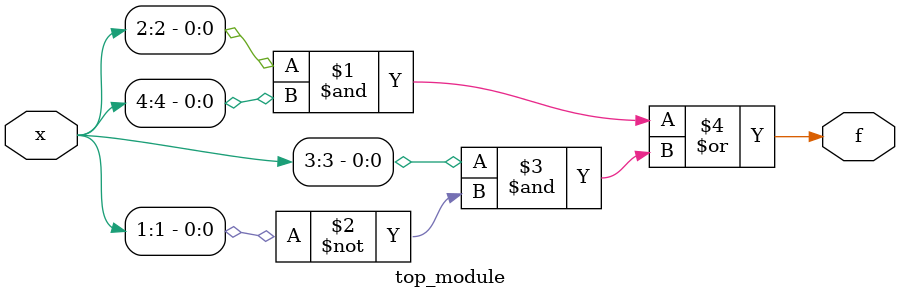
<source format=v>
module top_module (
    input [4:1] x, 
    output f );

    assign f = (x[2]&x[4]) | (x[3]&(~x[1])) ;
    
endmodule


</source>
